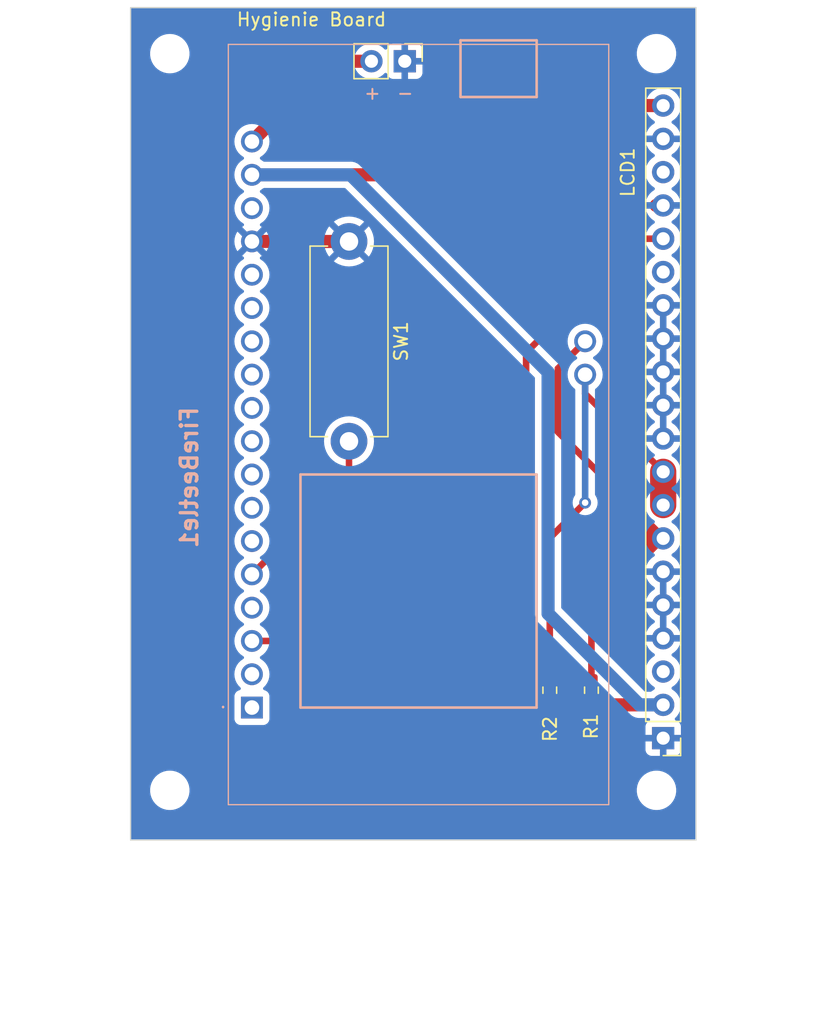
<source format=kicad_pcb>
(kicad_pcb (version 20221018) (generator pcbnew)
  (title_block (title "Hygienie Board") (date "2023-09-15") (rev "00") (company "W21C"))
  (layers (0 "F.Cu" signal) (31 "B.Cu" signal) (34 "B.Paste" user) (35 "F.Paste" user) (36 "B.SilkS" user "B.Silkscreen") (37 "F.SilkS" user "F.Silkscreen") (38 "B.Mask" user) (39 "F.Mask" user) (44 "Edge.Cuts" user))
  (net 0 "")
  (net 14 "/Reed Switch")
  (net 15 "+3.3V")
  (net 16 "/SCL")
  (net 17 "/SDA")
  (net 18 "/~{RST}")
  (net 19 "GNDREF")
  (net 20 "VCC")
  (footprint "MountingHole:MountingHole_2.5mm" (layer "F.Cu") (at 93.59 133.37)
    (fp_text reference "H4" hide)
    (fp_text value "MountingHole_Pad" hide)
    (pad "" np_thru_hole circle (at 0 0) (size 2.5 2.5) (drill 2.5) (layers "*.Cu" "*.Mask"))
  )
  (footprint "Resistor_THT:R_Axial_DIN0614_L14.3mm_D5.7mm_P15.24mm_Horizontal" (layer "F.Cu") (at 107.25 91.5 -90)
    (fp_text reference "SW1" (at 7.62 -3.97 90) (layer "F.SilkS"))
    (fp_text value "SW_Reed")
    (fp_line (start 0.35 -2.97) (end 14.89 -2.97) (stroke (width 0.12)) (layer "F.SilkS"))
    (fp_line (start 0.35 -1.64) (end 0.35 -2.97) (stroke (width 0.12)) (layer "F.SilkS"))
    (fp_line (start 0.35 1.64) (end 0.35 2.97) (stroke (width 0.12)) (layer "F.SilkS"))
    (fp_line (start 0.35 2.97) (end 14.89 2.97) (stroke (width 0.12)) (layer "F.SilkS"))
    (fp_line (start 14.89 -2.97) (end 14.89 -1.64) (stroke (width 0.12)) (layer "F.SilkS"))
    (fp_line (start 14.89 2.97) (end 14.89 1.64) (stroke (width 0.12)) (layer "F.SilkS"))
    (pad "1" thru_hole circle (at 0 0 270) (size 2.8 2.8) (drill 1.4) (layers "*.Cu" "*.Mask") (net 19 "GNDREF"))
    (pad "2" thru_hole oval (at 15.24 0 270) (size 2.8 2.8) (drill 1.4) (layers "*.Cu" "*.Mask") (net 14 "/Reed Switch"))
  )
  (footprint "MountingHole:MountingHole_2.5mm" (layer "F.Cu") (at 93.59 77.17)
    (fp_text reference "H3" hide)
    (fp_text value "MountingHole_Pad" hide)
    (pad "" np_thru_hole circle (at 0 0) (size 2.5 2.5) (drill 2.5) (layers "*.Cu" "*.Mask"))
  )
  (footprint "MountingHole:MountingHole_2.5mm" (layer "F.Cu") (at 130.69 133.37)
    (fp_text reference "H2" hide)
    (fp_text value "MountingHole_Pad" hide)
    (pad "" np_thru_hole circle (at 0 0) (size 2.5 2.5) (drill 2.5) (layers "*.Cu" "*.Mask"))
  )
  (footprint "Connector_PinHeader_2.54mm:PinHeader_1x02_P2.54mm_Vertical" (layer "F.Cu") (at 111.5 77.75 -90)
    (fp_text reference "PWR1" hide)
    (fp_text value "Conn_01x02")
    (fp_line (start -1.33 -1.33) (end 0 -1.33) (stroke (width 0.12)) (layer "F.SilkS"))
    (fp_line (start -1.33 0) (end -1.33 -1.33) (stroke (width 0.12)) (layer "F.SilkS"))
    (fp_line (start -1.33 1.27) (end -1.33 3.87) (stroke (width 0.12)) (layer "F.SilkS"))
    (fp_line (start -1.33 1.27) (end 1.33 1.27) (stroke (width 0.12)) (layer "F.SilkS"))
    (fp_line (start -1.33 3.87) (end 1.33 3.87) (stroke (width 0.12)) (layer "F.SilkS"))
    (fp_line (start 1.33 1.27) (end 1.33 3.87) (stroke (width 0.12)) (layer "F.SilkS"))
    (pad "1" thru_hole rect (at 0 0 270) (size 1.7 1.7) (drill 1) (layers "*.Cu" "*.Mask") (net 19 "GNDREF"))
    (pad "2" thru_hole oval (at 0 2.54 270) (size 1.7 1.7) (drill 1) (layers "*.Cu" "*.Mask") (net 20 "VCC"))
  )
  (footprint "MountingHole:MountingHole_2.5mm" (layer "F.Cu") (at 130.69 77.17)
    (fp_text reference "H1" hide)
    (fp_text value "MountingHole_Pad" hide)
    (pad "" np_thru_hole circle (at 0 0) (size 2.5 2.5) (drill 2.5) (layers "*.Cu" "*.Mask"))
  )
  (footprint "Resistor_SMD:R_0603_1608Metric" (layer "F.Cu") (at 122.555 125.73 90)
    (fp_text reference "R2" (at -2.97 0.02 90) (layer "F.SilkS"))
    (fp_text value "1K")
    (fp_line (start -0.237258 -0.5225) (end 0.237258 -0.5225) (stroke (width 0.12)) (layer "F.SilkS"))
    (fp_line (start -0.237258 0.5225) (end 0.237258 0.5225) (stroke (width 0.12)) (layer "F.SilkS"))
    (pad "1" smd roundrect (at -0.825 0 90) (size 0.8 0.95) (layers "F.Cu" "F.Paste" "F.Mask") (net 15 "+3.3V"))
    (pad "2" smd roundrect (at 0.825 0 90) (size 0.8 0.95) (layers "F.Cu" "F.Paste" "F.Mask") (net 17 "/SDA"))
  )
  (footprint "Resistor_SMD:R_0603_1608Metric" (layer "F.Cu") (at 125.73 125.73 90)
    (fp_text reference "R1" (at -2.77 -0.03 90) (layer "F.SilkS"))
    (fp_text value "1K")
    (fp_line (start -0.237258 -0.5225) (end 0.237258 -0.5225) (stroke (width 0.12)) (layer "F.SilkS"))
    (fp_line (start -0.237258 0.5225) (end 0.237258 0.5225) (stroke (width 0.12)) (layer "F.SilkS"))
    (pad "1" smd roundrect (at -0.825 0 90) (size 0.8 0.95) (layers "F.Cu" "F.Paste" "F.Mask") (net 15 "+3.3V"))
    (pad "2" smd roundrect (at 0.825 0 90) (size 0.8 0.95) (layers "F.Cu" "F.Paste" "F.Mask") (net 16 "/SCL"))
  )
  (footprint "Connector_PinHeader_2.54mm:PinHeader_1x20_P2.54mm_Vertical" (layer "F.Cu") (at 131.2 129.39 180)
    (fp_text reference "LCD1" (at 2.7 43.165 90) (layer "F.SilkS"))
    (fp_text value "~")
    (fp_line (start -1.33 -1.33) (end 0 -1.33) (stroke (width 0.12)) (layer "F.SilkS"))
    (fp_line (start -1.33 0) (end -1.33 -1.33) (stroke (width 0.12)) (layer "F.SilkS"))
    (fp_line (start -1.33 1.27) (end -1.33 49.59) (stroke (width 0.12)) (layer "F.SilkS"))
    (fp_line (start -1.33 1.27) (end 1.33 1.27) (stroke (width 0.12)) (layer "F.SilkS"))
    (fp_line (start -1.33 49.59) (end 1.33 49.59) (stroke (width 0.12)) (layer "F.SilkS"))
    (fp_line (start 1.33 1.27) (end 1.33 49.59) (stroke (width 0.12)) (layer "F.SilkS"))
    (pad "1" thru_hole rect (at 0 0 180) (size 1.7 1.7) (drill 1) (layers "*.Cu" "*.Mask") (net 19 "GNDREF"))
    (pad "2" thru_hole oval (at 0 2.54 180) (size 1.7 1.7) (drill 1) (layers "*.Cu" "*.Mask") (net 15 "+3.3V"))
    (pad "3" thru_hole oval (at 0 5.08 180) (size 1.7 1.7) (drill 1) (layers "*.Cu" "*.Mask"))
    (pad "4" thru_hole oval (at 0 7.62 180) (size 1.7 1.7) (drill 1) (layers "*.Cu" "*.Mask") (net 19 "GNDREF"))
    (pad "5" thru_hole oval (at 0 10.16 180) (size 1.7 1.7) (drill 1) (layers "*.Cu" "*.Mask") (net 19 "GNDREF"))
    (pad "6" thru_hole oval (at 0 12.7 180) (size 1.7 1.7) (drill 1) (layers "*.Cu" "*.Mask") (net 19 "GNDREF"))
    (pad "7" thru_hole oval (at 0 15.24 180) (size 1.7 1.7) (drill 1) (layers "*.Cu" "*.Mask") (net 16 "/SCL"))
    (pad "8" thru_hole oval (at 0 17.78 180) (size 1.7 1.7) (drill 1) (layers "*.Cu" "*.Mask") (net 17 "/SDA"))
    (pad "9" thru_hole oval (at 0 20.32 180) (size 1.7 1.7) (drill 1) (layers "*.Cu" "*.Mask") (net 17 "/SDA"))
    (pad "10" thru_hole oval (at 0 22.86 180) (size 1.7 1.7) (drill 1) (layers "*.Cu" "*.Mask") (net 19 "GNDREF"))
    (pad "11" thru_hole oval (at 0 25.4 180) (size 1.7 1.7) (drill 1) (layers "*.Cu" "*.Mask") (net 19 "GNDREF"))
    (pad "12" thru_hole oval (at 0 27.94 180) (size 1.7 1.7) (drill 1) (layers "*.Cu" "*.Mask") (net 19 "GNDREF"))
    (pad "13" thru_hole oval (at 0 30.48 180) (size 1.7 1.7) (drill 1) (layers "*.Cu" "*.Mask") (net 19 "GNDREF"))
    (pad "14" thru_hole oval (at 0 33.02 180) (size 1.7 1.7) (drill 1) (layers "*.Cu" "*.Mask") (net 19 "GNDREF"))
    (pad "15" thru_hole oval (at 0 35.56 180) (size 1.7 1.7) (drill 1) (layers "*.Cu" "*.Mask"))
    (pad "16" thru_hole oval (at 0 38.1 180) (size 1.7 1.7) (drill 1) (layers "*.Cu" "*.Mask") (net 18 "/~{RST}"))
    (pad "17" thru_hole oval (at 0 40.64 180) (size 1.7 1.7) (drill 1) (layers "*.Cu" "*.Mask") (net 19 "GNDREF"))
    (pad "18" thru_hole oval (at 0 43.18 180) (size 1.7 1.7) (drill 1) (layers "*.Cu" "*.Mask"))
    (pad "19" thru_hole oval (at 0 45.72 180) (size 1.7 1.7) (drill 1) (layers "*.Cu" "*.Mask") (net 19 "GNDREF"))
    (pad "20" thru_hole oval (at 0 48.26 180) (size 1.7 1.7) (drill 1) (layers "*.Cu" "*.Mask") (net 15 "+3.3V"))
  )
  (footprint "KiCad:FIREBEETLE_ESP32_Hygienie_Mod" (layer "B.Cu") (at 112.55 101.655 -90)
    (fp_text reference "FireBeetle1" (at 7.845 17.475 -90) (layer "B.SilkS") (effects (font (size 1.27 1.27) (thickness 0.254)) (justify mirror)))
    (fp_text value "DFR0478" hide)
    (fp_line (start -25.5 -9.005) (end -21.178 -9.005) (stroke (width 0.2)) (layer "B.SilkS"))
    (fp_line (start -25.5 -3.199) (end -25.5 -9.005) (stroke (width 0.2)) (layer "B.SilkS"))
    (fp_line (start -25.19 -14.5) (end -25.19 14.5) (stroke (width 0.1)) (layer "B.SilkS"))
    (fp_line (start -25.19 14.5) (end 32.81 14.5) (stroke (width 0.1)) (layer "B.SilkS"))
    (fp_line (start -21.178 -9.005) (end -21.178 -3.199) (stroke (width 0.2)) (layer "B.SilkS"))
    (fp_line (start -21.178 -3.199) (end -25.5 -3.199) (stroke (width 0.2)) (layer "B.SilkS"))
    (fp_line (start 7.62 -9) (end 25.4 -9) (stroke (width 0.2)) (layer "B.SilkS"))
    (fp_line (start 7.62 9) (end 7.62 -9) (stroke (width 0.2)) (layer "B.SilkS"))
    (fp_line (start 25.31 14.9) (end 25.31 14.9) (stroke (width 0.1)) (layer "B.SilkS"))
    (fp_line (start 25.4 -9) (end 25.4 9) (stroke (width 0.2)) (layer "B.SilkS"))
    (fp_line (start 25.4 9) (end 7.62 9) (stroke (width 0.2)) (layer "B.SilkS"))
    (fp_line (start 25.41 14.9) (end 25.41 14.9) (stroke (width 0.1)) (layer "B.SilkS"))
    (fp_line (start 32.81 -14.5) (end -25.19 -14.5) (stroke (width 0.1)) (layer "B.SilkS"))
    (fp_line (start 32.81 14.5) (end 32.81 -14.5) (stroke (width 0.1)) (layer "B.SilkS"))
    (fp_arc (start 25.31 14.9) (mid 25.36 14.85) (end 25.41 14.9) (stroke (width 0.1)) (layer "B.SilkS"))
    (fp_arc (start 25.41 14.9) (mid 25.36 14.95) (end 25.31 14.9) (stroke (width 0.1)) (layer "B.SilkS"))
    (pad "1" thru_hole rect (at 25.4 12.7 180) (size 1.665 1.665) (drill 1.11) (layers "*.Cu" "*.Mask"))
    (pad "2" thru_hole circle (at 22.86 12.7 270) (size 1.665 1.665) (drill 1.11) (layers "*.Cu" "*.Mask"))
    (pad "3" thru_hole circle (at 20.32 12.7 270) (size 1.665 1.665) (drill 1.11) (layers "*.Cu" "*.Mask") (net 18 "/~{RST}"))
    (pad "4" thru_hole circle (at 17.78 12.7 270) (size 1.665 1.665) (drill 1.11) (layers "*.Cu" "*.Mask"))
    (pad "5" thru_hole circle (at 15.24 12.7 270) (size 1.665 1.665) (drill 1.11) (layers "*.Cu" "*.Mask") (net 14 "/Reed Switch"))
    (pad "6" thru_hole circle (at 12.7 12.7 270) (size 1.665 1.665) (drill 1.11) (layers "*.Cu" "*.Mask"))
    (pad "7" thru_hole circle (at 10.16 12.7 270) (size 1.665 1.665) (drill 1.11) (layers "*.Cu" "*.Mask"))
    (pad "8" thru_hole circle (at 7.62 12.7 270) (size 1.665 1.665) (drill 1.11) (layers "*.Cu" "*.Mask"))
    (pad "9" thru_hole circle (at 5.08 12.7 270) (size 1.665 1.665) (drill 1.11) (layers "*.Cu" "*.Mask"))
    (pad "10" thru_hole circle (at 2.54 12.7 270) (size 1.665 1.665) (drill 1.11) (layers "*.Cu" "*.Mask"))
    (pad "11" thru_hole circle (at 0 12.7 270) (size 1.665 1.665) (drill 1.11) (layers "*.Cu" "*.Mask"))
    (pad "12" thru_hole circle (at -2.54 12.7 270) (size 1.665 1.665) (drill 1.11) (layers "*.Cu" "*.Mask"))
    (pad "13" thru_hole circle (at -5.08 12.7 270) (size 1.665 1.665) (drill 1.11) (layers "*.Cu" "*.Mask"))
    (pad "14" thru_hole circle (at -7.62 12.7 270) (size 1.665 1.665) (drill 1.11) (layers "*.Cu" "*.Mask"))
    (pad "15" thru_hole circle (at -10.16 12.7 270) (size 1.665 1.665) (drill 1.11) (layers "*.Cu" "*.Mask") (net 19 "GNDREF"))
    (pad "16" thru_hole circle (at -12.7 12.7 270) (size 1.665 1.665) (drill 1.11) (layers "*.Cu" "*.Mask"))
    (pad "17" thru_hole circle (at -15.24 12.7 270) (size 1.665 1.665) (drill 1.11) (layers "*.Cu" "*.Mask") (net 15 "+3.3V"))
    (pad "18" thru_hole circle (at -17.78 12.7 270) (size 1.665 1.665) (drill 1.11) (layers "*.Cu" "*.Mask") (net 20 "VCC"))
    (pad "29" thru_hole circle (at 0 -12.7 270) (size 1.665 1.665) (drill 1.11) (layers "*.Cu" "*.Mask") (net 17 "/SDA"))
    (pad "30" thru_hole circle (at -2.54 -12.7 270) (size 1.665 1.665) (drill 1.11) (layers "*.Cu" "*.Mask") (net 16 "/SCL"))
  )
  (gr_rect (start 90.6 73.66) (end 133.7 137.16) (stroke (width 0.1)) (fill none) (layer "Edge.Cuts"))
  (gr_text "+" (at 109.75 80.75) (layer "B.SilkS") (effects (font (size 1 1)) (justify left bottom mirror)))
  (gr_text "-" (at 112.25 80.75) (layer "B.SilkS") (effects (font (size 1 1)) (justify left bottom mirror)))
  (gr_text "Hygienie Board" (at 98.6 75.15) (layer "F.SilkS") (effects (font (size 1 1)) (justify left bottom)))
  (segment (start 99.85 116.895) (end 107.25 109.495) (width 0.5) (layer "F.Cu") (net 14))
  (segment (start 107.25 109.495) (end 107.25 106.74) (width 0.5) (layer "F.Cu") (net 14))
  (segment (start 131.2 126.85) (end 122.85 126.85) (width 1) (layer "F.Cu") (net 15))
  (segment (start 119.885 86.415) (end 125.17 81.13) (width 1) (layer "F.Cu") (net 15))
  (segment (start 99.85 86.415) (end 119.885 86.415) (width 1) (layer "F.Cu") (net 15))
  (segment (start 125.17 81.13) (end 131.2 81.13) (width 1) (layer "F.Cu") (net 15))
  (segment (start 122.85 126.85) (end 122.555 126.555) (width 0.5) (layer "F.Cu") (net 15))
  (segment (start 122.425 119.885) (end 122.425 101.47) (width 1) (layer "B.Cu") (net 15))
  (segment (start 122.425 101.47) (end 107.37 86.415) (width 1) (layer "B.Cu") (net 15))
  (segment (start 129.39 126.85) (end 122.425 119.885) (width 1) (layer "B.Cu") (net 15))
  (segment (start 131.2 126.85) (end 129.39 126.85) (width 1) (layer "B.Cu") (net 15))
  (segment (start 107.37 86.415) (end 99.85 86.415) (width 1) (layer "B.Cu") (net 15))
  (segment (start 123.175 101.19) (end 125.25 99.115) (width 0.5) (layer "F.Cu") (net 16))
  (segment (start 130.295 115.055) (end 125.73 119.62) (width 0.5) (layer "F.Cu") (net 16))
  (segment (start 123.175 106.03) (end 123.175 101.19) (width 0.5) (layer "F.Cu") (net 16))
  (segment (start 130.175 113.03) (end 123.175 106.03) (width 0.5) (layer "F.Cu") (net 16))
  (segment (start 131.2 114.055) (end 131.2 114.15) (width 0.5) (layer "F.Cu") (net 16))
  (segment (start 125.73 119.62) (end 125.73 124.905) (width 0.5) (layer "F.Cu") (net 16))
  (segment (start 130.175 115.175) (end 130.175 113.03) (width 0.5) (layer "F.Cu") (net 16))
  (segment (start 130.175 113.03) (end 131.2 114.055) (width 0.5) (layer "F.Cu") (net 16))
  (segment (start 131.2 114.15) (end 130.295 115.055) (width 0.5) (layer "F.Cu") (net 16))
  (segment (start 125.25 103.12) (end 131.2 109.07) (width 0.5) (layer "F.Cu") (net 17))
  (segment (start 122.555 114.12) (end 122.555 124.905) (width 0.5) (layer "F.Cu") (net 17))
  (segment (start 131.2 111.61) (end 131.2 109.07) (width 2) (layer "F.Cu") (net 17))
  (segment (start 125.25 101.655) (end 125.25 103.12) (width 0.5) (layer "F.Cu") (net 17))
  (segment (start 125.25 111.425) (end 122.555 114.12) (width 0.5) (layer "F.Cu") (net 17))
  (via (at 125.25 111.425) (size 0.9) (drill 0.5) (layers "F.Cu" "B.Cu") (net 17))
  (segment (start 125.25 111.425) (end 125.25 101.655) (width 0.5) (layer "B.Cu") (net 17))
  (segment (start 99.85 121.975) (end 101.4 121.975) (width 0.5) (layer "F.Cu") (net 18))
  (segment (start 101.4 121.975) (end 120.75 102.625) (width 0.5) (layer "F.Cu") (net 18))
  (segment (start 129.435 91.29) (end 131.2 91.29) (width 0.5) (layer "F.Cu") (net 18))
  (segment (start 120.75 99.975) (end 129.435 91.29) (width 0.5) (layer "F.Cu") (net 18))
  (segment (start 120.75 102.625) (end 120.75 99.975) (width 0.5) (layer "F.Cu") (net 18))
  (segment (start 104.315 91.495) (end 104.32 91.5) (width 1) (layer "F.Cu") (net 19))
  (segment (start 99.85 91.495) (end 104.315 91.495) (width 1) (layer "F.Cu") (net 19))
  (segment (start 130.66 88.75) (end 131.2 88.75) (width 1) (layer "F.Cu") (net 19))
  (segment (start 104.32 91.5) (end 107.25 91.5) (width 1) (layer "F.Cu") (net 19))
  (segment (start 105.975 77.75) (end 99.85 83.875) (width 1) (layer "F.Cu") (net 20))
  (segment (start 108.96 77.75) (end 105.975 77.75) (width 1) (layer "F.Cu") (net 20))
  (zone (net 16) (net_name "/SCL") (layer "F.Cu") (priority 3) (connect_pads yes (clearance 0.5)) (min_thickness 0.25) (fill yes (thermal_gap 0.5) (thermal_bridge_width 0.5))
    (polygon (pts (xy 130.19 113.04) (xy 131.14 114.08) (xy 130.12 115.24)))
  )
  (zone (net 19) (net_name "GNDREF") (layer "B.Cu") (connect_pads (clearance 0.5)) (min_thickness 0.25) (fill yes (thermal_gap 0.5) (thermal_bridge_width 0.5))
    (polygon (pts (xy 80.645 73.66) (xy 133.985 73.66) (xy 133.985 137.16) (xy 80.645 137.16)))
  )
)
</source>
